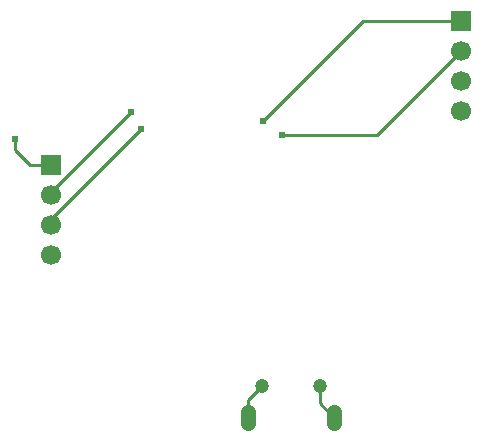
<source format=gbl>
G04 Layer: BottomLayer*
G04 EasyEDA v6.4.14, 2021-02-19T19:43:34--5:00*
G04 2728a531d0ad4e71a9f6f8894443a7d9,7db2125e4611476bb2993bf99425ef50,10*
G04 Gerber Generator version 0.2*
G04 Scale: 100 percent, Rotated: No, Reflected: No *
G04 Dimensions in millimeters *
G04 leading zeros omitted , absolute positions ,4 integer and 5 decimal *
%FSLAX45Y45*%
%MOMM*%

%ADD10C,0.2540*%
%ADD11C,0.2600*%
%ADD12C,0.6100*%
%ADD22R,1.7000X1.7000*%
%ADD23C,1.7000*%
%ADD24C,1.2000*%
%ADD25C,1.3000*%

%LPD*%
D10*
X2322195Y2728595D02*
G01*
X3173095Y3579495D01*
X3998595Y3579495D01*
X2487295Y2614295D02*
G01*
X3287395Y2614295D01*
X3998595Y3325495D01*
X531495Y1852295D02*
G01*
X531495Y1903095D01*
X1293495Y2665095D01*
X531495Y2106295D02*
G01*
X531495Y2131695D01*
X1204595Y2804795D01*
X531495Y2360295D02*
G01*
X353695Y2360295D01*
X226695Y2487295D01*
X226695Y2576195D01*
D11*
X2320925Y490855D02*
G01*
X2201545Y371475D01*
X2201545Y220853D01*
X2925445Y220853D02*
G01*
X2806065Y340232D01*
X2806065Y490855D01*
D22*
G01*
X3998595Y3579495D03*
D23*
G01*
X3998595Y3325495D03*
G01*
X3998595Y3071495D03*
G01*
X3998595Y2817495D03*
D22*
G01*
X531495Y2360295D03*
D23*
G01*
X531495Y2106295D03*
G01*
X531495Y1852295D03*
G01*
X531495Y1598295D03*
D24*
G01*
X2321001Y490829D03*
G01*
X2805988Y490829D03*
D12*
G01*
X226695Y2576195D03*
G01*
X1204595Y2804795D03*
G01*
X1293495Y2665095D03*
G01*
X2487295Y2614295D03*
G01*
X2322195Y2728595D03*
D25*
X2925445Y265826D02*
G01*
X2925445Y175826D01*
X2201545Y265826D02*
G01*
X2201545Y175826D01*
M02*

</source>
